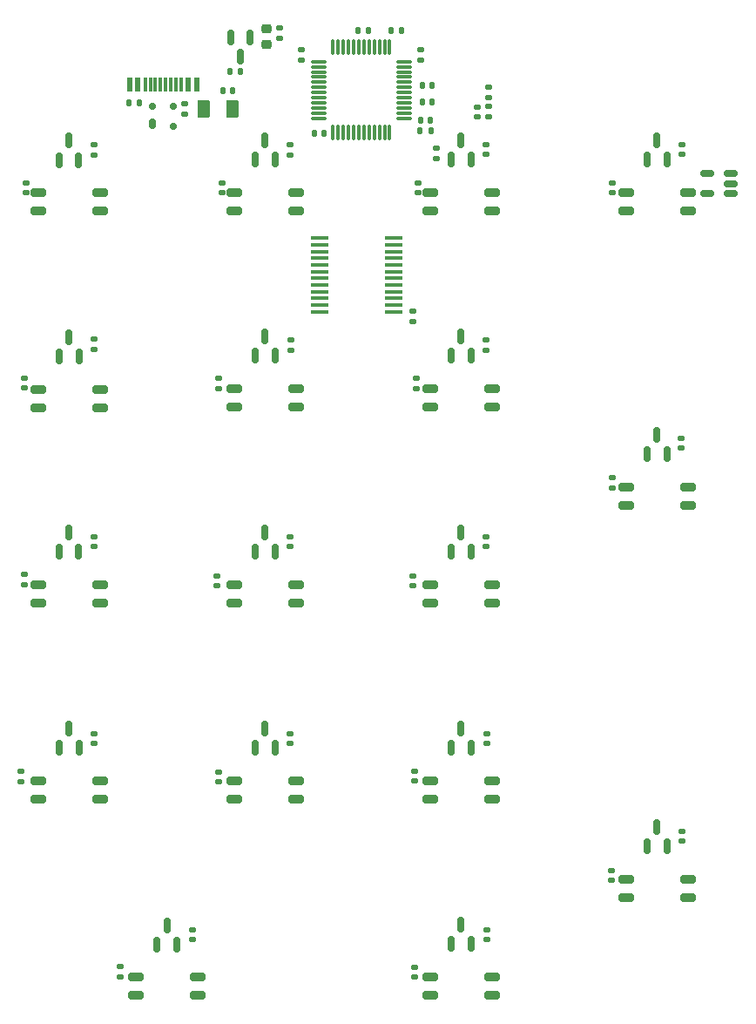
<source format=gbp>
G04 #@! TF.GenerationSoftware,KiCad,Pcbnew,8.0.5*
G04 #@! TF.CreationDate,2024-11-11T15:57:41+01:00*
G04 #@! TF.ProjectId,Klawiatura analogowa,4b6c6177-6961-4747-9572-6120616e616c,rev?*
G04 #@! TF.SameCoordinates,Original*
G04 #@! TF.FileFunction,Paste,Bot*
G04 #@! TF.FilePolarity,Positive*
%FSLAX46Y46*%
G04 Gerber Fmt 4.6, Leading zero omitted, Abs format (unit mm)*
G04 Created by KiCad (PCBNEW 8.0.5) date 2024-11-11 15:57:41*
%MOMM*%
%LPD*%
G01*
G04 APERTURE LIST*
G04 Aperture macros list*
%AMRoundRect*
0 Rectangle with rounded corners*
0 $1 Rounding radius*
0 $2 $3 $4 $5 $6 $7 $8 $9 X,Y pos of 4 corners*
0 Add a 4 corners polygon primitive as box body*
4,1,4,$2,$3,$4,$5,$6,$7,$8,$9,$2,$3,0*
0 Add four circle primitives for the rounded corners*
1,1,$1+$1,$2,$3*
1,1,$1+$1,$4,$5*
1,1,$1+$1,$6,$7*
1,1,$1+$1,$8,$9*
0 Add four rect primitives between the rounded corners*
20,1,$1+$1,$2,$3,$4,$5,0*
20,1,$1+$1,$4,$5,$6,$7,0*
20,1,$1+$1,$6,$7,$8,$9,0*
20,1,$1+$1,$8,$9,$2,$3,0*%
G04 Aperture macros list end*
%ADD10RoundRect,0.135000X-0.135000X-0.185000X0.135000X-0.185000X0.135000X0.185000X-0.135000X0.185000X0*%
%ADD11RoundRect,0.135000X0.185000X-0.135000X0.185000X0.135000X-0.185000X0.135000X-0.185000X-0.135000X0*%
%ADD12RoundRect,0.140000X-0.140000X-0.170000X0.140000X-0.170000X0.140000X0.170000X-0.140000X0.170000X0*%
%ADD13RoundRect,0.200000X-0.550000X-0.200000X0.550000X-0.200000X0.550000X0.200000X-0.550000X0.200000X0*%
%ADD14RoundRect,0.150000X-0.150000X0.587500X-0.150000X-0.587500X0.150000X-0.587500X0.150000X0.587500X0*%
%ADD15RoundRect,0.140000X0.140000X0.170000X-0.140000X0.170000X-0.140000X-0.170000X0.140000X-0.170000X0*%
%ADD16RoundRect,0.140000X-0.170000X0.140000X-0.170000X-0.140000X0.170000X-0.140000X0.170000X0.140000X0*%
%ADD17RoundRect,0.140000X0.170000X-0.140000X0.170000X0.140000X-0.170000X0.140000X-0.170000X-0.140000X0*%
%ADD18RoundRect,0.150000X0.512500X0.150000X-0.512500X0.150000X-0.512500X-0.150000X0.512500X-0.150000X0*%
%ADD19RoundRect,0.150000X-0.200000X-0.150000X0.200000X-0.150000X0.200000X0.150000X-0.200000X0.150000X0*%
%ADD20RoundRect,0.175000X-0.175000X-0.325000X0.175000X-0.325000X0.175000X0.325000X-0.175000X0.325000X0*%
%ADD21RoundRect,0.135000X0.135000X0.185000X-0.135000X0.185000X-0.135000X-0.185000X0.135000X-0.185000X0*%
%ADD22R,1.750000X0.450000*%
%ADD23R,0.600000X1.450000*%
%ADD24R,0.300000X1.450000*%
%ADD25RoundRect,0.075000X0.075000X0.662500X-0.075000X0.662500X-0.075000X-0.662500X0.075000X-0.662500X0*%
%ADD26RoundRect,0.075000X0.662500X0.075000X-0.662500X0.075000X-0.662500X-0.075000X0.662500X-0.075000X0*%
%ADD27RoundRect,0.250000X-0.375000X-0.625000X0.375000X-0.625000X0.375000X0.625000X-0.375000X0.625000X0*%
%ADD28RoundRect,0.135000X-0.185000X0.135000X-0.185000X-0.135000X0.185000X-0.135000X0.185000X0.135000X0*%
%ADD29RoundRect,0.225000X-0.250000X0.225000X-0.250000X-0.225000X0.250000X-0.225000X0.250000X0.225000X0*%
G04 APERTURE END LIST*
D10*
X150690000Y-50500000D03*
X151710000Y-50500000D03*
D11*
X152250000Y-53210000D03*
X152250000Y-52190000D03*
D12*
X150720000Y-49450000D03*
X151680000Y-49450000D03*
D13*
X113550000Y-56530000D03*
X113550000Y-58310000D03*
X119550000Y-58310000D03*
X119550000Y-56530000D03*
X151657500Y-56519500D03*
X151657500Y-58299500D03*
X157657500Y-58299500D03*
X157657500Y-56519500D03*
D14*
X117507500Y-110467000D03*
X115607500Y-110467000D03*
X116557500Y-108592000D03*
D13*
X113557500Y-113669500D03*
X113557500Y-115449500D03*
X119557500Y-115449500D03*
X119557500Y-113669500D03*
X151657500Y-113669500D03*
X151657500Y-115449500D03*
X157657500Y-115449500D03*
X157657500Y-113669500D03*
D14*
X136557500Y-91417000D03*
X134657500Y-91417000D03*
X135607500Y-89542000D03*
D13*
X151657500Y-94619500D03*
X151657500Y-96399500D03*
X157657500Y-96399500D03*
X157657500Y-94619500D03*
D14*
X117510000Y-72387500D03*
X115610000Y-72387500D03*
X116560000Y-70512500D03*
D13*
X132607500Y-56519500D03*
X132607500Y-58299500D03*
X138607500Y-58299500D03*
X138607500Y-56519500D03*
D14*
X136557500Y-110467000D03*
X134657500Y-110467000D03*
X135607500Y-108592000D03*
D13*
X132617500Y-94629500D03*
X132617500Y-96409500D03*
X138617500Y-96409500D03*
X138617500Y-94629500D03*
D14*
X174657500Y-81892000D03*
X172757500Y-81892000D03*
X173707500Y-80017000D03*
D13*
X123070000Y-132708250D03*
X123070000Y-134488250D03*
X129070000Y-134488250D03*
X129070000Y-132708250D03*
D14*
X174657500Y-119992000D03*
X172757500Y-119992000D03*
X173707500Y-118117000D03*
X155607500Y-110467000D03*
X153707500Y-110467000D03*
X154657500Y-108592000D03*
X174657500Y-53317000D03*
X172757500Y-53317000D03*
X173707500Y-51442000D03*
X117481250Y-91408750D03*
X115581250Y-91408750D03*
X116531250Y-89533750D03*
X136557500Y-53317000D03*
X134657500Y-53317000D03*
X135607500Y-51442000D03*
D13*
X170707500Y-123194500D03*
X170707500Y-124974500D03*
X176707500Y-124974500D03*
X176707500Y-123194500D03*
X132607500Y-75569500D03*
X132607500Y-77349500D03*
X138607500Y-77349500D03*
X138607500Y-75569500D03*
X170707500Y-56519500D03*
X170707500Y-58299500D03*
X176707500Y-58299500D03*
X176707500Y-56519500D03*
D14*
X155607500Y-72367000D03*
X153707500Y-72367000D03*
X154657500Y-70492000D03*
D13*
X151682500Y-75571500D03*
X151682500Y-77351500D03*
X157682500Y-77351500D03*
X157682500Y-75571500D03*
D14*
X155607500Y-53317000D03*
X153707500Y-53317000D03*
X154657500Y-51442000D03*
X155611250Y-91394500D03*
X153711250Y-91394500D03*
X154661250Y-89519500D03*
X136567500Y-72349500D03*
X134667500Y-72349500D03*
X135617500Y-70474500D03*
D13*
X113580000Y-75590000D03*
X113580000Y-77370000D03*
X119580000Y-77370000D03*
X119580000Y-75590000D03*
X151657500Y-132719500D03*
X151657500Y-134499500D03*
X157657500Y-134499500D03*
X157657500Y-132719500D03*
D14*
X155607500Y-129517000D03*
X153707500Y-129517000D03*
X154657500Y-127642000D03*
D13*
X170707500Y-85094500D03*
X170707500Y-86874500D03*
X176707500Y-86874500D03*
X176707500Y-85094500D03*
X132607500Y-113669500D03*
X132607500Y-115449500D03*
X138607500Y-115449500D03*
X138607500Y-113669500D03*
X113557500Y-94619500D03*
X113557500Y-96399500D03*
X119557500Y-96399500D03*
X119557500Y-94619500D03*
D14*
X127020000Y-129537500D03*
X125120000Y-129537500D03*
X126070000Y-127662500D03*
X117500000Y-53327500D03*
X115600000Y-53327500D03*
X116550000Y-51452500D03*
D15*
X140395000Y-50775000D03*
X141355000Y-50775000D03*
D16*
X131400000Y-55537500D03*
X131400000Y-56497500D03*
D17*
X150775000Y-42645000D03*
X150775000Y-43605000D03*
D12*
X148855000Y-40725000D03*
X147895000Y-40725000D03*
D16*
X130950000Y-93749500D03*
X130950000Y-94709500D03*
D18*
X180900000Y-54667500D03*
X180900000Y-55617500D03*
X180900000Y-56567500D03*
X178625000Y-56567500D03*
X178625000Y-54667500D03*
D19*
X126650000Y-50050000D03*
X126650000Y-48150000D03*
X124650000Y-48150000D03*
D20*
X124650000Y-49850000D03*
D21*
X144665000Y-40725000D03*
X145685000Y-40725000D03*
D12*
X151855000Y-47725000D03*
X150895000Y-47725000D03*
D16*
X169350000Y-55570000D03*
X169350000Y-56530000D03*
X131100000Y-74570000D03*
X131100000Y-75530000D03*
D17*
X138062500Y-52817500D03*
X138062500Y-51857500D03*
X118950000Y-52820000D03*
X118950000Y-51860000D03*
X139175000Y-42645000D03*
X139175000Y-43605000D03*
D16*
X169300000Y-122337500D03*
X169300000Y-123297500D03*
D22*
X140950000Y-68075000D03*
X140950000Y-67425000D03*
X140950000Y-66775000D03*
X140950000Y-66125000D03*
X140950000Y-65475000D03*
X140950000Y-64825000D03*
X140950000Y-64175000D03*
X140950000Y-63525000D03*
X140950000Y-62875000D03*
X140950000Y-62225000D03*
X140950000Y-61575000D03*
X140950000Y-60925000D03*
X148150000Y-60925000D03*
X148150000Y-61575000D03*
X148150000Y-62225000D03*
X148150000Y-62875000D03*
X148150000Y-63525000D03*
X148150000Y-64175000D03*
X148150000Y-64825000D03*
X148150000Y-65475000D03*
X148150000Y-66125000D03*
X148150000Y-66775000D03*
X148150000Y-67425000D03*
X148150000Y-68075000D03*
D17*
X138062500Y-110017500D03*
X138062500Y-109057500D03*
X176162500Y-52797500D03*
X176162500Y-51837500D03*
D23*
X122450000Y-46020000D03*
X123250000Y-46020000D03*
D24*
X123950000Y-46020000D03*
X124950000Y-46020000D03*
X126450000Y-46020000D03*
X127450000Y-46020000D03*
D23*
X128150000Y-46020000D03*
X128950000Y-46020000D03*
X128950000Y-46020000D03*
X128150000Y-46020000D03*
D24*
X126950000Y-46020000D03*
X125950000Y-46020000D03*
X125450000Y-46020000D03*
X124450000Y-46020000D03*
D23*
X123250000Y-46020000D03*
X122450000Y-46020000D03*
D25*
X147725000Y-42362500D03*
X147225000Y-42362500D03*
X146725000Y-42362500D03*
X146225000Y-42362500D03*
X145725000Y-42362500D03*
X145225000Y-42362500D03*
X144725000Y-42362500D03*
X144225000Y-42362500D03*
X143725000Y-42362500D03*
X143225000Y-42362500D03*
X142725000Y-42362500D03*
X142225000Y-42362500D03*
D26*
X140812500Y-43775000D03*
X140812500Y-44275000D03*
X140812500Y-44775000D03*
X140812500Y-45275000D03*
X140812500Y-45775000D03*
X140812500Y-46275000D03*
X140812500Y-46775000D03*
X140812500Y-47275000D03*
X140812500Y-47775000D03*
X140812500Y-48275000D03*
X140812500Y-48775000D03*
X140812500Y-49275000D03*
D25*
X142225000Y-50687500D03*
X142725000Y-50687500D03*
X143225000Y-50687500D03*
X143725000Y-50687500D03*
X144225000Y-50687500D03*
X144725000Y-50687500D03*
X145225000Y-50687500D03*
X145725000Y-50687500D03*
X146225000Y-50687500D03*
X146725000Y-50687500D03*
X147225000Y-50687500D03*
X147725000Y-50687500D03*
D26*
X149137500Y-49275000D03*
X149137500Y-48775000D03*
X149137500Y-48275000D03*
X149137500Y-47775000D03*
X149137500Y-47275000D03*
X149137500Y-46775000D03*
X149137500Y-46275000D03*
X149137500Y-45775000D03*
X149137500Y-45275000D03*
X149137500Y-44775000D03*
X149137500Y-44275000D03*
X149137500Y-43775000D03*
D11*
X157350000Y-48150000D03*
X157350000Y-49170000D03*
X157350000Y-46260000D03*
X157350000Y-47280000D03*
D17*
X149975000Y-69010000D03*
X149975000Y-68050000D03*
X118961250Y-90901250D03*
X118961250Y-89941250D03*
D12*
X151855000Y-46125000D03*
X150895000Y-46125000D03*
D17*
X157081250Y-90879500D03*
X157081250Y-89919500D03*
D16*
X112200000Y-93620000D03*
X112200000Y-94580000D03*
D27*
X132450000Y-48400000D03*
X129650000Y-48400000D03*
D17*
X138017500Y-90909500D03*
X138017500Y-89949500D03*
D16*
X150450000Y-55570000D03*
X150450000Y-56530000D03*
X112381750Y-55548000D03*
X112381750Y-56508000D03*
D15*
X131520000Y-46550000D03*
X132480000Y-46550000D03*
D16*
X111900000Y-112737500D03*
X111900000Y-113697500D03*
D17*
X128543750Y-129080000D03*
X128543750Y-128120000D03*
X157162500Y-110017500D03*
X157162500Y-109057500D03*
D16*
X112200000Y-74520000D03*
X112200000Y-75480000D03*
D17*
X119007500Y-71712000D03*
X119007500Y-70752000D03*
X176162500Y-119517500D03*
X176162500Y-118557500D03*
X138097500Y-71794500D03*
X138097500Y-70834500D03*
D16*
X169400000Y-84220000D03*
X169400000Y-85180000D03*
D17*
X157087500Y-71799500D03*
X157087500Y-70839500D03*
X118962500Y-110017500D03*
X118962500Y-109057500D03*
D16*
X137050000Y-40520000D03*
X137050000Y-41480000D03*
X121500000Y-131720000D03*
X121500000Y-132680000D03*
D15*
X133180000Y-44750000D03*
X132220000Y-44750000D03*
D10*
X123360000Y-47750000D03*
X122340000Y-47750000D03*
D16*
X150350000Y-74570000D03*
X150350000Y-75530000D03*
D28*
X127800000Y-48910000D03*
X127800000Y-47890000D03*
D16*
X150000000Y-93719500D03*
X150000000Y-94679500D03*
D14*
X132250000Y-41400000D03*
X134150000Y-41400000D03*
X133200000Y-43275000D03*
D16*
X150150000Y-131750000D03*
X150150000Y-132710000D03*
D17*
X176062500Y-81297500D03*
X176062500Y-80337500D03*
X157062500Y-52797500D03*
X157062500Y-51837500D03*
D29*
X135750000Y-40575000D03*
X135750000Y-42125000D03*
D16*
X156250000Y-49150000D03*
X156250000Y-48190000D03*
X131050000Y-112770000D03*
X131050000Y-113730000D03*
X150150000Y-112720000D03*
X150150000Y-113680000D03*
D17*
X157162500Y-129097500D03*
X157162500Y-128137500D03*
M02*

</source>
